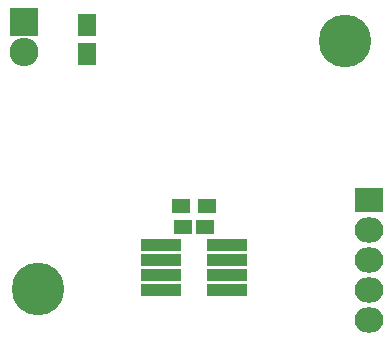
<source format=gbs>
G04 #@! TF.FileFunction,Soldermask,Bot*
%FSLAX46Y46*%
G04 Gerber Fmt 4.6, Leading zero omitted, Abs format (unit mm)*
G04 Created by KiCad (PCBNEW (2015-10-28 BZR 6285)-product) date Saturday, November 07, 2015 'PMt' 07:34:48 PM*
%MOMM*%
G01*
G04 APERTURE LIST*
%ADD10C,0.100000*%
%ADD11R,1.650000X1.900000*%
%ADD12R,1.600000X1.150000*%
%ADD13R,3.400000X0.999440*%
%ADD14R,2.432000X2.127200*%
%ADD15O,2.432000X2.127200*%
%ADD16R,1.600000X1.300000*%
%ADD17C,4.464000*%
%ADD18R,2.432000X2.432000*%
%ADD19O,2.432000X2.432000*%
G04 APERTURE END LIST*
D10*
D11*
X109200000Y-105150000D03*
X109200000Y-102650000D03*
D12*
X119150000Y-119800000D03*
X117250000Y-119800000D03*
D13*
X115406000Y-125105000D03*
X115406000Y-123835000D03*
X115406000Y-122565000D03*
X115406000Y-121295000D03*
X120994000Y-121295000D03*
X120994000Y-122565000D03*
X120994000Y-123835000D03*
X120994000Y-125105000D03*
D14*
X133000000Y-117500000D03*
D15*
X133000000Y-120040000D03*
X133000000Y-122580000D03*
X133000000Y-125120000D03*
X133000000Y-127660000D03*
D16*
X119300000Y-118000000D03*
X117100000Y-118000000D03*
D17*
X131000000Y-104000000D03*
X105000000Y-125000000D03*
D18*
X103800000Y-102400000D03*
D19*
X103800000Y-104940000D03*
M02*

</source>
